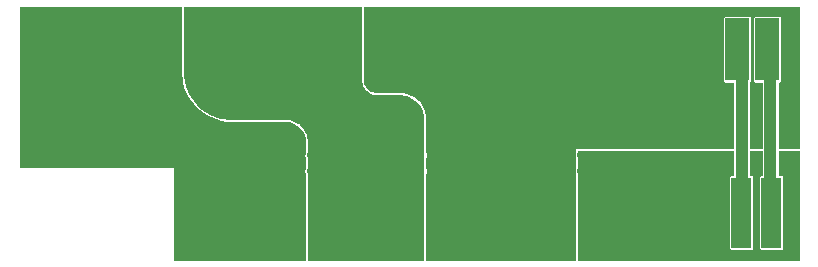
<source format=gbr>
%TF.GenerationSoftware,KiCad,Pcbnew,(5.1.10)-1*%
%TF.CreationDate,2022-06-29T18:38:16+09:00*%
%TF.ProjectId,DUB_with_Tono(ver1.0),4455425f-7769-4746-985f-546f6e6f2876,rev?*%
%TF.SameCoordinates,Original*%
%TF.FileFunction,Copper,L1,Top*%
%TF.FilePolarity,Positive*%
%FSLAX46Y46*%
G04 Gerber Fmt 4.6, Leading zero omitted, Abs format (unit mm)*
G04 Created by KiCad (PCBNEW (5.1.10)-1) date 2022-06-29 18:38:16*
%MOMM*%
%LPD*%
G01*
G04 APERTURE LIST*
%TA.AperFunction,SMDPad,CuDef*%
%ADD10R,2.000000X5.300000*%
%TD*%
%TA.AperFunction,SMDPad,CuDef*%
%ADD11R,1.651000X6.000000*%
%TD*%
%TA.AperFunction,ViaPad*%
%ADD12C,0.756400*%
%TD*%
%TA.AperFunction,Conductor*%
%ADD13C,1.016000*%
%TD*%
%TA.AperFunction,Conductor*%
%ADD14C,0.076200*%
%TD*%
%TA.AperFunction,Conductor*%
%ADD15C,0.100000*%
%TD*%
G04 APERTURE END LIST*
D10*
%TO.P,DUB1,P$25*%
%TO.N,/PWM_IN*%
X178801100Y-97878600D03*
%TO.P,DUB1,P$24*%
%TO.N,/GND_IN*%
X176261100Y-97878600D03*
%TO.P,DUB1,P$23*%
%TO.N,VCC*%
X173721100Y-97878600D03*
%TO.P,DUB1,P$22*%
X171181100Y-97878600D03*
%TO.P,DUB1,P$21*%
X168641100Y-97878600D03*
%TO.P,DUB1,P$20*%
X166101100Y-97878600D03*
%TO.P,DUB1,P$19*%
X163561100Y-97878600D03*
%TO.P,DUB1,P$18*%
X161021100Y-97878600D03*
%TO.P,DUB1,P$17*%
X158481100Y-97878600D03*
%TO.P,DUB1,P$16*%
X155941100Y-97878600D03*
%TO.P,DUB1,P$15*%
X153401100Y-97878600D03*
%TO.P,DUB1,P$14*%
X150861100Y-97878600D03*
%TO.P,DUB1,P$13*%
X148321100Y-97878600D03*
%TO.P,DUB1,P$12*%
X145781100Y-97878600D03*
%TO.P,DUB1,P$11*%
%TO.N,/SB*%
X143241100Y-97878600D03*
%TO.P,DUB1,P$10*%
X140701100Y-97878600D03*
%TO.P,DUB1,P$9*%
X138161100Y-97878600D03*
%TO.P,DUB1,P$8*%
X135621100Y-97878600D03*
%TO.P,DUB1,P$7*%
X133081100Y-97878600D03*
%TO.P,DUB1,P$6*%
X130541100Y-97878600D03*
%TO.P,DUB1,P$5*%
%TO.N,/SA*%
X128001100Y-97878600D03*
%TO.P,DUB1,P$4*%
X125461100Y-97878600D03*
%TO.P,DUB1,P$3*%
X122921100Y-97878600D03*
%TO.P,DUB1,P$2*%
X120381100Y-97878600D03*
%TO.P,DUB1,P$1*%
X117841100Y-97878600D03*
%TD*%
D11*
%TO.P,\u9060\u91CE1,P$20*%
%TO.N,/PWM_IN*%
X179158900Y-111734600D03*
%TO.P,\u9060\u91CE1,P$19*%
%TO.N,/GND_IN*%
X176618900Y-111734600D03*
%TO.P,\u9060\u91CE1,P$18*%
%TO.N,GND*%
X174078900Y-111734600D03*
%TO.P,\u9060\u91CE1,P$17*%
X171538900Y-111734600D03*
%TO.P,\u9060\u91CE1,P$16*%
X168998900Y-111734600D03*
%TO.P,\u9060\u91CE1,P$15*%
X166458900Y-111734600D03*
%TO.P,\u9060\u91CE1,P$14*%
X163918900Y-111734600D03*
%TO.P,\u9060\u91CE1,P$13*%
%TO.N,VCC*%
X161378900Y-111734600D03*
%TO.P,\u9060\u91CE1,P$12*%
X158838900Y-111734600D03*
%TO.P,\u9060\u91CE1,P$11*%
X156298900Y-111734600D03*
%TO.P,\u9060\u91CE1,P$10*%
X153758900Y-111734600D03*
%TO.P,\u9060\u91CE1,P$9*%
X151218900Y-111734600D03*
%TO.P,\u9060\u91CE1,P$8*%
%TO.N,/SB*%
X148678900Y-111734600D03*
%TO.P,\u9060\u91CE1,P$7*%
X146138900Y-111734600D03*
%TO.P,\u9060\u91CE1,P$6*%
X143598900Y-111734600D03*
%TO.P,\u9060\u91CE1,P$5*%
X141058900Y-111734600D03*
%TO.P,\u9060\u91CE1,P$4*%
%TO.N,/SA*%
X138518900Y-111734600D03*
%TO.P,\u9060\u91CE1,P$3*%
X135978900Y-111734600D03*
%TO.P,\u9060\u91CE1,P$2*%
X133438900Y-111734600D03*
%TO.P,\u9060\u91CE1,P$1*%
X130898900Y-111734600D03*
%TD*%
D12*
%TO.N,GND*%
X163061100Y-108198600D03*
X163446100Y-107538600D03*
X163061100Y-106878600D03*
X163831100Y-108198600D03*
X164601100Y-108198600D03*
X165371100Y-108198600D03*
X166141100Y-108198600D03*
X166911100Y-108198600D03*
X167681100Y-108198600D03*
X168451100Y-108198600D03*
X169221100Y-108198600D03*
X169991100Y-108198600D03*
X170761100Y-108198600D03*
X171531100Y-108198600D03*
X172301100Y-108198600D03*
X164216100Y-107538600D03*
X164986100Y-107538600D03*
X165756100Y-107538600D03*
X166526100Y-107538600D03*
X167296100Y-107538600D03*
X168066100Y-107538600D03*
X168836100Y-107538600D03*
X169606100Y-107538600D03*
X170376100Y-107538600D03*
X171146100Y-107538600D03*
X171916100Y-107538600D03*
X163831100Y-106878600D03*
X164601100Y-106878600D03*
X165371100Y-106878600D03*
X166141100Y-106878600D03*
X166911100Y-106878600D03*
X167681100Y-106878600D03*
X168451100Y-106878600D03*
X169221100Y-106878600D03*
X169991100Y-106878600D03*
X170761100Y-106878600D03*
X171531100Y-106878600D03*
X172301100Y-106878600D03*
X172686100Y-107538600D03*
X173071100Y-108198600D03*
X173071100Y-106878600D03*
X173456100Y-107538600D03*
X173841100Y-108198600D03*
X174611100Y-108198600D03*
X174226100Y-107538600D03*
X173841100Y-106878600D03*
X174611100Y-106878600D03*
X175381100Y-108198600D03*
X174996100Y-107538600D03*
X175381100Y-106878600D03*
%TO.N,VCC*%
X150361100Y-108198600D03*
X150746100Y-107538600D03*
X150361100Y-106878600D03*
X151131100Y-108198600D03*
X151901100Y-108198600D03*
X152671100Y-108198600D03*
X153441100Y-108198600D03*
X154211100Y-108198600D03*
X154981100Y-108198600D03*
X155751100Y-108198600D03*
X156521100Y-108198600D03*
X157291100Y-108198600D03*
X158061100Y-108198600D03*
X158831100Y-108198600D03*
X159601100Y-108198600D03*
X151516100Y-107538600D03*
X152286100Y-107538600D03*
X153056100Y-107538600D03*
X153826100Y-107538600D03*
X154596100Y-107538600D03*
X155366100Y-107538600D03*
X156136100Y-107538600D03*
X156906100Y-107538600D03*
X157676100Y-107538600D03*
X158446100Y-107538600D03*
X159216100Y-107538600D03*
X151131100Y-106878600D03*
X151901100Y-106878600D03*
X152671100Y-106878600D03*
X153441100Y-106878600D03*
X154211100Y-106878600D03*
X154981100Y-106878600D03*
X155751100Y-106878600D03*
X156521100Y-106878600D03*
X157291100Y-106878600D03*
X158061100Y-106878600D03*
X158831100Y-106878600D03*
X159601100Y-106878600D03*
X159986100Y-107538600D03*
X160371100Y-108198600D03*
X160371100Y-106878600D03*
X160756100Y-107538600D03*
X161141100Y-108198600D03*
X161911100Y-108198600D03*
X161526100Y-107538600D03*
X161141100Y-106878600D03*
X161911100Y-106878600D03*
%TO.N,/SA*%
X129931100Y-108198600D03*
X130316100Y-107538600D03*
X129931100Y-106878600D03*
X130701100Y-108198600D03*
X131471100Y-108198600D03*
X132241100Y-108198600D03*
X133011100Y-108198600D03*
X133781100Y-108198600D03*
X134551100Y-108198600D03*
X135321100Y-108198600D03*
X136091100Y-108198600D03*
X136861100Y-108198600D03*
X137631100Y-108198600D03*
X138401100Y-108198600D03*
X139171100Y-108198600D03*
X131086100Y-107538600D03*
X131856100Y-107538600D03*
X132626100Y-107538600D03*
X133396100Y-107538600D03*
X134166100Y-107538600D03*
X134936100Y-107538600D03*
X135706100Y-107538600D03*
X136476100Y-107538600D03*
X137246100Y-107538600D03*
X138016100Y-107538600D03*
X138786100Y-107538600D03*
X130701100Y-106878600D03*
X131471100Y-106878600D03*
X132241100Y-106878600D03*
X133011100Y-106878600D03*
X133781100Y-106878600D03*
X134551100Y-106878600D03*
X135321100Y-106878600D03*
X136091100Y-106878600D03*
X136861100Y-106878600D03*
X137631100Y-106878600D03*
X138401100Y-106878600D03*
X139171100Y-106878600D03*
%TO.N,/SB*%
X140181100Y-108198600D03*
X140566100Y-107538600D03*
X140181100Y-106878600D03*
X140951100Y-108198600D03*
X141721100Y-108198600D03*
X142491100Y-108198600D03*
X143261100Y-108198600D03*
X144031100Y-108198600D03*
X144801100Y-108198600D03*
X145571100Y-108198600D03*
X146341100Y-108198600D03*
X147111100Y-108198600D03*
X147881100Y-108198600D03*
X148651100Y-108198600D03*
X149421100Y-108198600D03*
X141336100Y-107538600D03*
X142106100Y-107538600D03*
X142876100Y-107538600D03*
X143646100Y-107538600D03*
X144416100Y-107538600D03*
X145186100Y-107538600D03*
X145956100Y-107538600D03*
X146726100Y-107538600D03*
X147496100Y-107538600D03*
X148266100Y-107538600D03*
X149036100Y-107538600D03*
X140951100Y-106878600D03*
X141721100Y-106878600D03*
X142491100Y-106878600D03*
X143261100Y-106878600D03*
X144031100Y-106878600D03*
X144801100Y-106878600D03*
X145571100Y-106878600D03*
X146341100Y-106878600D03*
X147111100Y-106878600D03*
X147881100Y-106878600D03*
X148651100Y-106878600D03*
X149421100Y-106878600D03*
%TD*%
D13*
%TO.N,/PWM_IN*%
X178801100Y-97878600D02*
X179061100Y-98138600D01*
X179061100Y-98138600D02*
X179061100Y-111636800D01*
X179061100Y-111636800D02*
X179158900Y-111734600D01*
%TO.N,/GND_IN*%
X176261100Y-97878600D02*
X176638900Y-98256400D01*
X176638900Y-98256400D02*
X176638900Y-111714600D01*
X176638900Y-111714600D02*
X176618900Y-111734600D01*
%TD*%
D14*
%TO.N,/SA*%
X129159200Y-99764603D02*
X129159409Y-99768586D01*
X129252330Y-100652674D01*
X129253419Y-100658552D01*
X129367326Y-101083656D01*
X129368559Y-101087449D01*
X129526994Y-101500186D01*
X129528616Y-101503829D01*
X129729327Y-101897747D01*
X129731321Y-101901201D01*
X129972104Y-102271975D01*
X129974448Y-102275201D01*
X130252671Y-102618778D01*
X130255339Y-102621742D01*
X130567958Y-102934361D01*
X130570922Y-102937029D01*
X130914499Y-103215252D01*
X130917725Y-103217596D01*
X131288499Y-103458379D01*
X131291953Y-103460373D01*
X131685871Y-103661084D01*
X131689514Y-103662706D01*
X132102251Y-103821141D01*
X132106044Y-103822374D01*
X132533087Y-103936800D01*
X132536988Y-103937629D01*
X132973641Y-104006788D01*
X132977607Y-104007205D01*
X133421110Y-104030448D01*
X133423104Y-104030500D01*
X137952763Y-104030500D01*
X138252943Y-104056762D01*
X138545616Y-104135185D01*
X138820221Y-104263235D01*
X139068421Y-104437025D01*
X139282675Y-104651279D01*
X139456465Y-104899479D01*
X139584515Y-105174084D01*
X139662938Y-105466757D01*
X139689200Y-105766937D01*
X139689200Y-106591146D01*
X139677124Y-106609219D01*
X139634255Y-106712716D01*
X139612400Y-106822588D01*
X139612400Y-106934612D01*
X139634255Y-107044484D01*
X139677124Y-107147981D01*
X139689200Y-107166054D01*
X139689200Y-107911146D01*
X139677124Y-107929219D01*
X139634255Y-108032716D01*
X139612400Y-108142588D01*
X139612400Y-108254612D01*
X139634255Y-108364484D01*
X139677124Y-108467981D01*
X139689200Y-108486054D01*
X139689200Y-115735499D01*
X128599801Y-115735499D01*
X128599801Y-107919698D01*
X128600106Y-107916600D01*
X128598888Y-107904230D01*
X128595280Y-107892336D01*
X128589420Y-107881374D01*
X128581535Y-107871765D01*
X128571926Y-107863880D01*
X128560964Y-107858020D01*
X128549070Y-107854412D01*
X128539798Y-107853499D01*
X128539797Y-107853499D01*
X128536700Y-107853194D01*
X128533602Y-107853499D01*
X115544201Y-107853499D01*
X115544201Y-94271701D01*
X129159200Y-94271701D01*
X129159200Y-99764603D01*
%TA.AperFunction,Conductor*%
D15*
G36*
X129159200Y-99764603D02*
G01*
X129159409Y-99768586D01*
X129252330Y-100652674D01*
X129253419Y-100658552D01*
X129367326Y-101083656D01*
X129368559Y-101087449D01*
X129526994Y-101500186D01*
X129528616Y-101503829D01*
X129729327Y-101897747D01*
X129731321Y-101901201D01*
X129972104Y-102271975D01*
X129974448Y-102275201D01*
X130252671Y-102618778D01*
X130255339Y-102621742D01*
X130567958Y-102934361D01*
X130570922Y-102937029D01*
X130914499Y-103215252D01*
X130917725Y-103217596D01*
X131288499Y-103458379D01*
X131291953Y-103460373D01*
X131685871Y-103661084D01*
X131689514Y-103662706D01*
X132102251Y-103821141D01*
X132106044Y-103822374D01*
X132533087Y-103936800D01*
X132536988Y-103937629D01*
X132973641Y-104006788D01*
X132977607Y-104007205D01*
X133421110Y-104030448D01*
X133423104Y-104030500D01*
X137952763Y-104030500D01*
X138252943Y-104056762D01*
X138545616Y-104135185D01*
X138820221Y-104263235D01*
X139068421Y-104437025D01*
X139282675Y-104651279D01*
X139456465Y-104899479D01*
X139584515Y-105174084D01*
X139662938Y-105466757D01*
X139689200Y-105766937D01*
X139689200Y-106591146D01*
X139677124Y-106609219D01*
X139634255Y-106712716D01*
X139612400Y-106822588D01*
X139612400Y-106934612D01*
X139634255Y-107044484D01*
X139677124Y-107147981D01*
X139689200Y-107166054D01*
X139689200Y-107911146D01*
X139677124Y-107929219D01*
X139634255Y-108032716D01*
X139612400Y-108142588D01*
X139612400Y-108254612D01*
X139634255Y-108364484D01*
X139677124Y-108467981D01*
X139689200Y-108486054D01*
X139689200Y-115735499D01*
X128599801Y-115735499D01*
X128599801Y-107919698D01*
X128600106Y-107916600D01*
X128598888Y-107904230D01*
X128595280Y-107892336D01*
X128589420Y-107881374D01*
X128581535Y-107871765D01*
X128571926Y-107863880D01*
X128560964Y-107858020D01*
X128549070Y-107854412D01*
X128539798Y-107853499D01*
X128539797Y-107853499D01*
X128536700Y-107853194D01*
X128533602Y-107853499D01*
X115544201Y-107853499D01*
X115544201Y-94271701D01*
X129159200Y-94271701D01*
X129159200Y-99764603D01*
G37*
%TD.AperFunction*%
%TD*%
D14*
%TO.N,/SB*%
X144419200Y-100491094D02*
X144419932Y-100498527D01*
X144515220Y-100977571D01*
X144518987Y-100988098D01*
X144630250Y-101196257D01*
X144634399Y-101202467D01*
X144786552Y-101387866D01*
X144791834Y-101393148D01*
X144977233Y-101545301D01*
X144983443Y-101549450D01*
X145194950Y-101662502D01*
X145201850Y-101665360D01*
X145431362Y-101734983D01*
X145438688Y-101736441D01*
X145681109Y-101760317D01*
X145684843Y-101760500D01*
X147654098Y-101760500D01*
X148279548Y-101859562D01*
X148576431Y-101982534D01*
X148849138Y-102149649D01*
X149092338Y-102357362D01*
X149300051Y-102600562D01*
X149467166Y-102873270D01*
X149589562Y-103168759D01*
X149664224Y-103479748D01*
X149689200Y-103797108D01*
X149689200Y-115735499D01*
X139923000Y-115735499D01*
X139923000Y-105764598D01*
X139922531Y-105758638D01*
X139826993Y-105155434D01*
X139824562Y-105146814D01*
X139710207Y-104870737D01*
X139707493Y-104865410D01*
X139549784Y-104608052D01*
X139546270Y-104603215D01*
X139350238Y-104373690D01*
X139346010Y-104369462D01*
X139116485Y-104173430D01*
X139111648Y-104169916D01*
X138854290Y-104012207D01*
X138848963Y-104009493D01*
X138570096Y-103893983D01*
X138564410Y-103892136D01*
X138270902Y-103821670D01*
X138264997Y-103820734D01*
X137961096Y-103796817D01*
X137958107Y-103796700D01*
X133429101Y-103796700D01*
X132592491Y-103708769D01*
X132183238Y-103599109D01*
X131788635Y-103447636D01*
X131412025Y-103255744D01*
X131057532Y-103025534D01*
X130729053Y-102759535D01*
X130430165Y-102460647D01*
X130164166Y-102132168D01*
X129933956Y-101777675D01*
X129742064Y-101401065D01*
X129590591Y-101006462D01*
X129481191Y-100598178D01*
X129415069Y-100180704D01*
X129393000Y-99759593D01*
X129393000Y-94271701D01*
X144419200Y-94271701D01*
X144419200Y-100491094D01*
%TA.AperFunction,Conductor*%
D15*
G36*
X144419200Y-100491094D02*
G01*
X144419932Y-100498527D01*
X144515220Y-100977571D01*
X144518987Y-100988098D01*
X144630250Y-101196257D01*
X144634399Y-101202467D01*
X144786552Y-101387866D01*
X144791834Y-101393148D01*
X144977233Y-101545301D01*
X144983443Y-101549450D01*
X145194950Y-101662502D01*
X145201850Y-101665360D01*
X145431362Y-101734983D01*
X145438688Y-101736441D01*
X145681109Y-101760317D01*
X145684843Y-101760500D01*
X147654098Y-101760500D01*
X148279548Y-101859562D01*
X148576431Y-101982534D01*
X148849138Y-102149649D01*
X149092338Y-102357362D01*
X149300051Y-102600562D01*
X149467166Y-102873270D01*
X149589562Y-103168759D01*
X149664224Y-103479748D01*
X149689200Y-103797108D01*
X149689200Y-115735499D01*
X139923000Y-115735499D01*
X139923000Y-105764598D01*
X139922531Y-105758638D01*
X139826993Y-105155434D01*
X139824562Y-105146814D01*
X139710207Y-104870737D01*
X139707493Y-104865410D01*
X139549784Y-104608052D01*
X139546270Y-104603215D01*
X139350238Y-104373690D01*
X139346010Y-104369462D01*
X139116485Y-104173430D01*
X139111648Y-104169916D01*
X138854290Y-104012207D01*
X138848963Y-104009493D01*
X138570096Y-103893983D01*
X138564410Y-103892136D01*
X138270902Y-103821670D01*
X138264997Y-103820734D01*
X137961096Y-103796817D01*
X137958107Y-103796700D01*
X133429101Y-103796700D01*
X132592491Y-103708769D01*
X132183238Y-103599109D01*
X131788635Y-103447636D01*
X131412025Y-103255744D01*
X131057532Y-103025534D01*
X130729053Y-102759535D01*
X130430165Y-102460647D01*
X130164166Y-102132168D01*
X129933956Y-101777675D01*
X129742064Y-101401065D01*
X129590591Y-101006462D01*
X129481191Y-100598178D01*
X129415069Y-100180704D01*
X129393000Y-99759593D01*
X129393000Y-94271701D01*
X144419200Y-94271701D01*
X144419200Y-100491094D01*
G37*
%TD.AperFunction*%
%TD*%
D14*
%TO.N,GND*%
X175940401Y-108543179D02*
X175793400Y-108543179D01*
X175756056Y-108546857D01*
X175720146Y-108557750D01*
X175687052Y-108575439D01*
X175658045Y-108599245D01*
X175634239Y-108628252D01*
X175616550Y-108661346D01*
X175605657Y-108697256D01*
X175601979Y-108734600D01*
X175601979Y-114734600D01*
X175605657Y-114771944D01*
X175616550Y-114807854D01*
X175634239Y-114840948D01*
X175658045Y-114869955D01*
X175687052Y-114893761D01*
X175720146Y-114911450D01*
X175756056Y-114922343D01*
X175793400Y-114926021D01*
X177444400Y-114926021D01*
X177481744Y-114922343D01*
X177517654Y-114911450D01*
X177550748Y-114893761D01*
X177579755Y-114869955D01*
X177603561Y-114840948D01*
X177621250Y-114807854D01*
X177632143Y-114771944D01*
X177635821Y-114734600D01*
X177635821Y-108734600D01*
X177632143Y-108697256D01*
X177621250Y-108661346D01*
X177603561Y-108628252D01*
X177579755Y-108599245D01*
X177550748Y-108575439D01*
X177517654Y-108557750D01*
X177481744Y-108546857D01*
X177444400Y-108543179D01*
X177337400Y-108543179D01*
X177337400Y-106490500D01*
X178362601Y-106490500D01*
X178362601Y-108543179D01*
X178333400Y-108543179D01*
X178296056Y-108546857D01*
X178260146Y-108557750D01*
X178227052Y-108575439D01*
X178198045Y-108599245D01*
X178174239Y-108628252D01*
X178156550Y-108661346D01*
X178145657Y-108697256D01*
X178141979Y-108734600D01*
X178141979Y-114734600D01*
X178145657Y-114771944D01*
X178156550Y-114807854D01*
X178174239Y-114840948D01*
X178198045Y-114869955D01*
X178227052Y-114893761D01*
X178260146Y-114911450D01*
X178296056Y-114922343D01*
X178333400Y-114926021D01*
X179984400Y-114926021D01*
X180021744Y-114922343D01*
X180057654Y-114911450D01*
X180090748Y-114893761D01*
X180119755Y-114869955D01*
X180143561Y-114840948D01*
X180161250Y-114807854D01*
X180172143Y-114771944D01*
X180175821Y-114734600D01*
X180175821Y-108734600D01*
X180172143Y-108697256D01*
X180161250Y-108661346D01*
X180143561Y-108628252D01*
X180119755Y-108599245D01*
X180090748Y-108575439D01*
X180057654Y-108557750D01*
X180021744Y-108546857D01*
X179984400Y-108543179D01*
X179759600Y-108543179D01*
X179759600Y-106490500D01*
X181457999Y-106490500D01*
X181457999Y-115735499D01*
X162773000Y-115735499D01*
X162773000Y-106490500D01*
X175940401Y-106490500D01*
X175940401Y-108543179D01*
%TA.AperFunction,Conductor*%
D15*
G36*
X175940401Y-108543179D02*
G01*
X175793400Y-108543179D01*
X175756056Y-108546857D01*
X175720146Y-108557750D01*
X175687052Y-108575439D01*
X175658045Y-108599245D01*
X175634239Y-108628252D01*
X175616550Y-108661346D01*
X175605657Y-108697256D01*
X175601979Y-108734600D01*
X175601979Y-114734600D01*
X175605657Y-114771944D01*
X175616550Y-114807854D01*
X175634239Y-114840948D01*
X175658045Y-114869955D01*
X175687052Y-114893761D01*
X175720146Y-114911450D01*
X175756056Y-114922343D01*
X175793400Y-114926021D01*
X177444400Y-114926021D01*
X177481744Y-114922343D01*
X177517654Y-114911450D01*
X177550748Y-114893761D01*
X177579755Y-114869955D01*
X177603561Y-114840948D01*
X177621250Y-114807854D01*
X177632143Y-114771944D01*
X177635821Y-114734600D01*
X177635821Y-108734600D01*
X177632143Y-108697256D01*
X177621250Y-108661346D01*
X177603561Y-108628252D01*
X177579755Y-108599245D01*
X177550748Y-108575439D01*
X177517654Y-108557750D01*
X177481744Y-108546857D01*
X177444400Y-108543179D01*
X177337400Y-108543179D01*
X177337400Y-106490500D01*
X178362601Y-106490500D01*
X178362601Y-108543179D01*
X178333400Y-108543179D01*
X178296056Y-108546857D01*
X178260146Y-108557750D01*
X178227052Y-108575439D01*
X178198045Y-108599245D01*
X178174239Y-108628252D01*
X178156550Y-108661346D01*
X178145657Y-108697256D01*
X178141979Y-108734600D01*
X178141979Y-114734600D01*
X178145657Y-114771944D01*
X178156550Y-114807854D01*
X178174239Y-114840948D01*
X178198045Y-114869955D01*
X178227052Y-114893761D01*
X178260146Y-114911450D01*
X178296056Y-114922343D01*
X178333400Y-114926021D01*
X179984400Y-114926021D01*
X180021744Y-114922343D01*
X180057654Y-114911450D01*
X180090748Y-114893761D01*
X180119755Y-114869955D01*
X180143561Y-114840948D01*
X180161250Y-114807854D01*
X180172143Y-114771944D01*
X180175821Y-114734600D01*
X180175821Y-108734600D01*
X180172143Y-108697256D01*
X180161250Y-108661346D01*
X180143561Y-108628252D01*
X180119755Y-108599245D01*
X180090748Y-108575439D01*
X180057654Y-108557750D01*
X180021744Y-108546857D01*
X179984400Y-108543179D01*
X179759600Y-108543179D01*
X179759600Y-106490500D01*
X181457999Y-106490500D01*
X181457999Y-115735499D01*
X162773000Y-115735499D01*
X162773000Y-106490500D01*
X175940401Y-106490500D01*
X175940401Y-108543179D01*
G37*
%TD.AperFunction*%
%TD*%
D14*
%TO.N,VCC*%
X181457999Y-106256700D02*
X179759600Y-106256700D01*
X179759600Y-100720021D01*
X179801100Y-100720021D01*
X179838444Y-100716343D01*
X179874354Y-100705450D01*
X179907448Y-100687761D01*
X179936455Y-100663955D01*
X179960261Y-100634948D01*
X179977950Y-100601854D01*
X179988843Y-100565944D01*
X179992521Y-100528600D01*
X179992521Y-95228600D01*
X179988843Y-95191256D01*
X179977950Y-95155346D01*
X179960261Y-95122252D01*
X179936455Y-95093245D01*
X179907448Y-95069439D01*
X179874354Y-95051750D01*
X179838444Y-95040857D01*
X179801100Y-95037179D01*
X177801100Y-95037179D01*
X177763756Y-95040857D01*
X177727846Y-95051750D01*
X177694752Y-95069439D01*
X177665745Y-95093245D01*
X177641939Y-95122252D01*
X177624250Y-95155346D01*
X177613357Y-95191256D01*
X177609679Y-95228600D01*
X177609679Y-100528600D01*
X177613357Y-100565944D01*
X177624250Y-100601854D01*
X177641939Y-100634948D01*
X177665745Y-100663955D01*
X177694752Y-100687761D01*
X177727846Y-100705450D01*
X177763756Y-100716343D01*
X177801100Y-100720021D01*
X178362600Y-100720021D01*
X178362601Y-106256700D01*
X177337400Y-106256700D01*
X177337400Y-100703822D01*
X177367448Y-100687761D01*
X177396455Y-100663955D01*
X177420261Y-100634948D01*
X177437950Y-100601854D01*
X177448843Y-100565944D01*
X177452521Y-100528600D01*
X177452521Y-95228600D01*
X177448843Y-95191256D01*
X177437950Y-95155346D01*
X177420261Y-95122252D01*
X177396455Y-95093245D01*
X177367448Y-95069439D01*
X177334354Y-95051750D01*
X177298444Y-95040857D01*
X177261100Y-95037179D01*
X175261100Y-95037179D01*
X175223756Y-95040857D01*
X175187846Y-95051750D01*
X175154752Y-95069439D01*
X175125745Y-95093245D01*
X175101939Y-95122252D01*
X175084250Y-95155346D01*
X175073357Y-95191256D01*
X175069679Y-95228600D01*
X175069679Y-100528600D01*
X175073357Y-100565944D01*
X175084250Y-100601854D01*
X175101939Y-100634948D01*
X175125745Y-100663955D01*
X175154752Y-100687761D01*
X175187846Y-100705450D01*
X175223756Y-100716343D01*
X175261100Y-100720021D01*
X175940400Y-100720021D01*
X175940401Y-106256700D01*
X162557300Y-106256700D01*
X162549867Y-106257432D01*
X162542720Y-106259600D01*
X162536133Y-106263121D01*
X162530359Y-106267859D01*
X162525621Y-106273633D01*
X162522100Y-106280220D01*
X162519932Y-106287367D01*
X162519200Y-106294800D01*
X162519200Y-106700777D01*
X162514255Y-106712716D01*
X162492400Y-106822588D01*
X162492400Y-106934612D01*
X162514255Y-107044484D01*
X162519200Y-107056423D01*
X162519200Y-108020777D01*
X162514255Y-108032716D01*
X162492400Y-108142588D01*
X162492400Y-108254612D01*
X162514255Y-108364484D01*
X162519200Y-108376423D01*
X162519200Y-115735499D01*
X149923000Y-115735499D01*
X149923000Y-108471088D01*
X149925076Y-108467981D01*
X149967945Y-108364484D01*
X149989800Y-108254612D01*
X149989800Y-108142588D01*
X149967945Y-108032716D01*
X149925076Y-107929219D01*
X149923000Y-107926112D01*
X149923000Y-107151088D01*
X149925076Y-107147981D01*
X149967945Y-107044484D01*
X149989800Y-106934612D01*
X149989800Y-106822588D01*
X149967945Y-106712716D01*
X149925076Y-106609219D01*
X149923000Y-106606112D01*
X149923000Y-103791324D01*
X149922903Y-103788606D01*
X149900075Y-103469431D01*
X149899301Y-103464050D01*
X149831863Y-103154039D01*
X149830332Y-103148823D01*
X149719460Y-102851563D01*
X149717202Y-102846618D01*
X149565155Y-102568167D01*
X149562216Y-102563595D01*
X149372093Y-102309620D01*
X149368533Y-102305511D01*
X149144189Y-102081167D01*
X149140080Y-102077607D01*
X148886105Y-101887484D01*
X148881533Y-101884545D01*
X148603082Y-101732498D01*
X148598137Y-101730240D01*
X148300877Y-101619368D01*
X148295661Y-101617837D01*
X147985650Y-101550399D01*
X147980269Y-101549625D01*
X147661094Y-101526797D01*
X147658376Y-101526700D01*
X145686808Y-101526700D01*
X145242427Y-101425273D01*
X145043705Y-101300407D01*
X144879291Y-101135993D01*
X144755588Y-100939122D01*
X144678791Y-100719650D01*
X144653000Y-100490743D01*
X144653000Y-94271701D01*
X181458000Y-94271701D01*
X181457999Y-106256700D01*
%TA.AperFunction,Conductor*%
D15*
G36*
X181457999Y-106256700D02*
G01*
X179759600Y-106256700D01*
X179759600Y-100720021D01*
X179801100Y-100720021D01*
X179838444Y-100716343D01*
X179874354Y-100705450D01*
X179907448Y-100687761D01*
X179936455Y-100663955D01*
X179960261Y-100634948D01*
X179977950Y-100601854D01*
X179988843Y-100565944D01*
X179992521Y-100528600D01*
X179992521Y-95228600D01*
X179988843Y-95191256D01*
X179977950Y-95155346D01*
X179960261Y-95122252D01*
X179936455Y-95093245D01*
X179907448Y-95069439D01*
X179874354Y-95051750D01*
X179838444Y-95040857D01*
X179801100Y-95037179D01*
X177801100Y-95037179D01*
X177763756Y-95040857D01*
X177727846Y-95051750D01*
X177694752Y-95069439D01*
X177665745Y-95093245D01*
X177641939Y-95122252D01*
X177624250Y-95155346D01*
X177613357Y-95191256D01*
X177609679Y-95228600D01*
X177609679Y-100528600D01*
X177613357Y-100565944D01*
X177624250Y-100601854D01*
X177641939Y-100634948D01*
X177665745Y-100663955D01*
X177694752Y-100687761D01*
X177727846Y-100705450D01*
X177763756Y-100716343D01*
X177801100Y-100720021D01*
X178362600Y-100720021D01*
X178362601Y-106256700D01*
X177337400Y-106256700D01*
X177337400Y-100703822D01*
X177367448Y-100687761D01*
X177396455Y-100663955D01*
X177420261Y-100634948D01*
X177437950Y-100601854D01*
X177448843Y-100565944D01*
X177452521Y-100528600D01*
X177452521Y-95228600D01*
X177448843Y-95191256D01*
X177437950Y-95155346D01*
X177420261Y-95122252D01*
X177396455Y-95093245D01*
X177367448Y-95069439D01*
X177334354Y-95051750D01*
X177298444Y-95040857D01*
X177261100Y-95037179D01*
X175261100Y-95037179D01*
X175223756Y-95040857D01*
X175187846Y-95051750D01*
X175154752Y-95069439D01*
X175125745Y-95093245D01*
X175101939Y-95122252D01*
X175084250Y-95155346D01*
X175073357Y-95191256D01*
X175069679Y-95228600D01*
X175069679Y-100528600D01*
X175073357Y-100565944D01*
X175084250Y-100601854D01*
X175101939Y-100634948D01*
X175125745Y-100663955D01*
X175154752Y-100687761D01*
X175187846Y-100705450D01*
X175223756Y-100716343D01*
X175261100Y-100720021D01*
X175940400Y-100720021D01*
X175940401Y-106256700D01*
X162557300Y-106256700D01*
X162549867Y-106257432D01*
X162542720Y-106259600D01*
X162536133Y-106263121D01*
X162530359Y-106267859D01*
X162525621Y-106273633D01*
X162522100Y-106280220D01*
X162519932Y-106287367D01*
X162519200Y-106294800D01*
X162519200Y-106700777D01*
X162514255Y-106712716D01*
X162492400Y-106822588D01*
X162492400Y-106934612D01*
X162514255Y-107044484D01*
X162519200Y-107056423D01*
X162519200Y-108020777D01*
X162514255Y-108032716D01*
X162492400Y-108142588D01*
X162492400Y-108254612D01*
X162514255Y-108364484D01*
X162519200Y-108376423D01*
X162519200Y-115735499D01*
X149923000Y-115735499D01*
X149923000Y-108471088D01*
X149925076Y-108467981D01*
X149967945Y-108364484D01*
X149989800Y-108254612D01*
X149989800Y-108142588D01*
X149967945Y-108032716D01*
X149925076Y-107929219D01*
X149923000Y-107926112D01*
X149923000Y-107151088D01*
X149925076Y-107147981D01*
X149967945Y-107044484D01*
X149989800Y-106934612D01*
X149989800Y-106822588D01*
X149967945Y-106712716D01*
X149925076Y-106609219D01*
X149923000Y-106606112D01*
X149923000Y-103791324D01*
X149922903Y-103788606D01*
X149900075Y-103469431D01*
X149899301Y-103464050D01*
X149831863Y-103154039D01*
X149830332Y-103148823D01*
X149719460Y-102851563D01*
X149717202Y-102846618D01*
X149565155Y-102568167D01*
X149562216Y-102563595D01*
X149372093Y-102309620D01*
X149368533Y-102305511D01*
X149144189Y-102081167D01*
X149140080Y-102077607D01*
X148886105Y-101887484D01*
X148881533Y-101884545D01*
X148603082Y-101732498D01*
X148598137Y-101730240D01*
X148300877Y-101619368D01*
X148295661Y-101617837D01*
X147985650Y-101550399D01*
X147980269Y-101549625D01*
X147661094Y-101526797D01*
X147658376Y-101526700D01*
X145686808Y-101526700D01*
X145242427Y-101425273D01*
X145043705Y-101300407D01*
X144879291Y-101135993D01*
X144755588Y-100939122D01*
X144678791Y-100719650D01*
X144653000Y-100490743D01*
X144653000Y-94271701D01*
X181458000Y-94271701D01*
X181457999Y-106256700D01*
G37*
%TD.AperFunction*%
%TD*%
M02*

</source>
